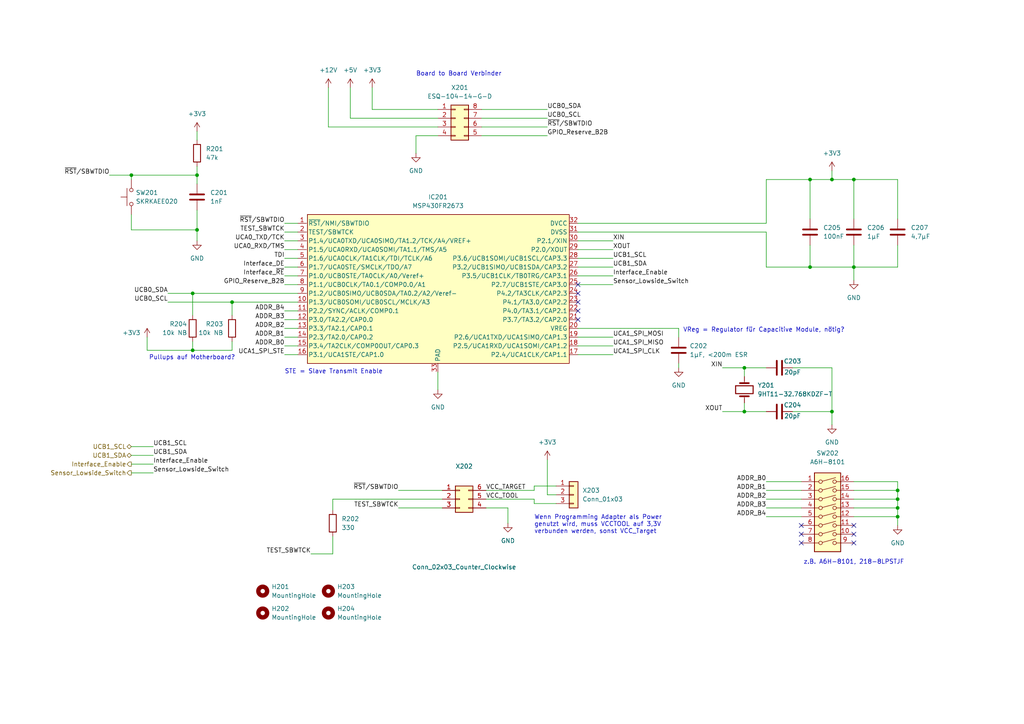
<source format=kicad_sch>
(kicad_sch (version 20211123) (generator eeschema)
  (paper "A4")
  (lib_symbols
    (symbol "Connector_Generic:Conn_01x03" (pin_names (offset 1.016) hide)
      (property "Reference" "J" (at 0 5.08 0))
      (property "Value" "Conn_01x03" (at 0 -5.08 0))
      (symbol "Conn_01x03_1_1"
        (rectangle (start -1.27 -2.413) (end 0 -2.667) (stroke (width 0.1524)))
        (rectangle (start -1.27 0.127) (end 0 -0.127) (stroke (width 0.1524)))
        (rectangle (start -1.27 2.667) (end 0 2.413) (stroke (width 0.1524)))
        (rectangle (start -1.27 3.81) (end 1.27 -3.81) (stroke (width 0.254)) (fill (type background)))
        (pin passive line (at -5.08 2.54 0) (length 3.81) (name "Pin_1") (number "1"))
        (pin passive line (at -5.08 0 0) (length 3.81) (name "Pin_2") (number "2"))
        (pin passive line (at -5.08 -2.54 0) (length 3.81) (name "Pin_3") (number "3"))
      )
    )
    (symbol "Connector_Generic:Conn_02x03_Counter_Clockwise" (pin_names (offset 1.016) hide)
      (property "Reference" "J" (at 1.27 5.08 0))
      (property "Value" "Conn_02x03_Counter_Clockwise" (at 1.27 -5.08 0))
      (symbol "Conn_02x03_Counter_Clockwise_1_1"
        (rectangle (start -1.27 -2.413) (end 0 -2.667) (stroke (width 0.1524)))
        (rectangle (start -1.27 0.127) (end 0 -0.127) (stroke (width 0.1524)))
        (rectangle (start -1.27 2.667) (end 0 2.413) (stroke (width 0.1524)))
        (rectangle (start -1.27 3.81) (end 3.81 -3.81) (stroke (width 0.254)) (fill (type background)))
        (rectangle (start 3.81 -2.413) (end 2.54 -2.667) (stroke (width 0.1524)))
        (rectangle (start 3.81 0.127) (end 2.54 -0.127) (stroke (width 0.1524)))
        (rectangle (start 3.81 2.667) (end 2.54 2.413) (stroke (width 0.1524)))
        (pin passive line (at -5.08 2.54 0) (length 3.81) (name "Pin_1") (number "1"))
        (pin passive line (at -5.08 0 0) (length 3.81) (name "Pin_2") (number "2"))
        (pin passive line (at -5.08 -2.54 0) (length 3.81) (name "Pin_3") (number "3"))
        (pin passive line (at 7.62 -2.54 180) (length 3.81) (name "Pin_4") (number "4"))
        (pin passive line (at 7.62 0 180) (length 3.81) (name "Pin_5") (number "5"))
        (pin passive line (at 7.62 2.54 180) (length 3.81) (name "Pin_6") (number "6"))
      )
    )
    (symbol "Connector_Generic:Conn_02x04_Counter_Clockwise" (pin_names (offset 1.016) hide)
      (property "Reference" "J" (at 1.27 5.08 0))
      (property "Value" "Conn_02x04_Counter_Clockwise" (at 1.27 -7.62 0))
      (symbol "Conn_02x04_Counter_Clockwise_1_1"
        (rectangle (start -1.27 -4.953) (end 0 -5.207) (stroke (width 0.1524)))
        (rectangle (start -1.27 -2.413) (end 0 -2.667) (stroke (width 0.1524)))
        (rectangle (start -1.27 0.127) (end 0 -0.127) (stroke (width 0.1524)))
        (rectangle (start -1.27 2.667) (end 0 2.413) (stroke (width 0.1524)))
        (rectangle (start -1.27 3.81) (end 3.81 -6.35) (stroke (width 0.254)) (fill (type background)))
        (rectangle (start 3.81 -4.953) (end 2.54 -5.207) (stroke (width 0.1524)))
        (rectangle (start 3.81 -2.413) (end 2.54 -2.667) (stroke (width 0.1524)))
        (rectangle (start 3.81 0.127) (end 2.54 -0.127) (stroke (width 0.1524)))
        (rectangle (start 3.81 2.667) (end 2.54 2.413) (stroke (width 0.1524)))
        (pin passive line (at -5.08 2.54 0) (length 3.81) (name "Pin_1") (number "1"))
        (pin passive line (at -5.08 0 0) (length 3.81) (name "Pin_2") (number "2"))
        (pin passive line (at -5.08 -2.54 0) (length 3.81) (name "Pin_3") (number "3"))
        (pin passive line (at -5.08 -5.08 0) (length 3.81) (name "Pin_4") (number "4"))
        (pin passive line (at 7.62 -5.08 180) (length 3.81) (name "Pin_5") (number "5"))
        (pin passive line (at 7.62 -2.54 180) (length 3.81) (name "Pin_6") (number "6"))
        (pin passive line (at 7.62 0 180) (length 3.81) (name "Pin_7") (number "7"))
        (pin passive line (at 7.62 2.54 180) (length 3.81) (name "Pin_8") (number "8"))
      )
    )
    (symbol "Device:C" (pin_numbers hide) (pin_names (offset 0.254))
      (property "Reference" "C" (at 0.635 2.54 0))
      (property "Value" "C" (at 0.635 -2.54 0))
      (symbol "C_0_1"
        (polyline (pts (xy -2.032 -0.762) (xy 2.032 -0.762)) (stroke (width 0.508)))
        (polyline (pts (xy -2.032 0.762) (xy 2.032 0.762)) (stroke (width 0.508)))
      )
      (symbol "C_1_1"
        (pin passive line (at 0 3.81 270) (length 2.794) (name "~") (number "1"))
        (pin passive line (at 0 -3.81 90) (length 2.794) (name "~") (number "2"))
      )
    )
    (symbol "Device:Crystal" (pin_numbers hide) (pin_names (offset 1.016) hide)
      (property "Reference" "Y" (at 0 3.81 0))
      (property "Value" "Crystal" (at 0 -3.81 0))
      (symbol "Crystal_0_1"
        (rectangle (start -1.143 2.54) (end 1.143 -2.54) (stroke (width 0.3048)))
        (polyline (pts (xy -2.54 0) (xy -1.905 0)))
        (polyline (pts (xy -1.905 -1.27) (xy -1.905 1.27)) (stroke (width 0.508)))
        (polyline (pts (xy 1.905 -1.27) (xy 1.905 1.27)) (stroke (width 0.508)))
        (polyline (pts (xy 2.54 0) (xy 1.905 0)))
      )
      (symbol "Crystal_1_1"
        (pin passive line (at -3.81 0 0) (length 1.27) (name "1") (number "1"))
        (pin passive line (at 3.81 0 180) (length 1.27) (name "2") (number "2"))
      )
    )
    (symbol "Device:R" (pin_numbers hide) (pin_names (offset 0))
      (property "Reference" "R" (at 2.032 0 90))
      (property "Value" "R" (at 0 0 90))
      (symbol "R_0_1"
        (rectangle (start -1.016 -2.54) (end 1.016 2.54) (stroke (width 0.254)))
      )
      (symbol "R_1_1"
        (pin passive line (at 0 3.81 270) (length 1.27) (name "~") (number "1"))
        (pin passive line (at 0 -3.81 90) (length 1.27) (name "~") (number "2"))
      )
    )
    (symbol "HER_Symbole:MSP430FR267*"
      (property "Reference" "U?" (at 39.42 2.54 0))
      (property "Value" "MSP430FR267*" (at 39.42 0 0))
      (symbol "MSP430FR267*_0_1"
        (rectangle (start 0.254 -2.54) (end 76.2 -45.72) (stroke (width 0.2)) (fill (type background)))
      )
      (symbol "MSP430FR267*_1_1"
        (pin bidirectional line (at -2.54 -5.08 0) (length 2.54) (name "~{RST}/NMI/SBWTDIO") (number "1"))
        (pin bidirectional line (at -2.54 -27.94 0) (length 2.54) (name "P1.3/UCB0SOMI/UCB0SCL/MCLK/A3") (number "10"))
        (pin bidirectional line (at -2.54 -30.48 0) (length 2.54) (name "P2.2/SYNC/ACLK/COMP0.1") (number "11"))
        (pin bidirectional line (at -2.54 -33.02 0) (length 2.54) (name "P3.0/TA2.2/CAP0.0") (number "12"))
        (pin bidirectional line (at -2.54 -35.56 0) (length 2.54) (name "P3.3/TA2.1/CAP0.1") (number "13"))
        (pin bidirectional line (at -2.54 -38.1 0) (length 2.54) (name "P2.3/TA2.0/CAP0.2") (number "14"))
        (pin bidirectional line (at -2.54 -40.64 0) (length 2.54) (name "P3.4/TA2CLK/COMP0OUT/CAP0.3") (number "15"))
        (pin bidirectional line (at -2.54 -43.18 0) (length 2.54) (name "P3.1/UCA1STE/CAP1.0") (number "16"))
        (pin bidirectional line (at 78.74 -43.18 180) (length 2.54) (name "P2.4/UCA1CLK/CAP1.1") (number "17"))
        (pin bidirectional line (at 78.74 -40.64 180) (length 2.54) (name "P2.5/UCA1RXD/UCA1SOMI/CAP1.2") (number "18"))
        (pin bidirectional line (at 78.74 -38.1 180) (length 2.54) (name "P2.6/UCA1TXD/UCA1SIMO/CAP1.3") (number "19"))
        (pin bidirectional line (at -2.54 -7.62 0) (length 2.54) (name "TEST/SBWTCK") (number "2"))
        (pin bidirectional line (at 78.74 -35.56 180) (length 2.54) (name "VREG") (number "20"))
        (pin bidirectional line (at 78.74 -33.02 180) (length 2.54) (name "P3.7/TA3.2/CAP2.0") (number "21"))
        (pin bidirectional line (at 78.74 -30.48 180) (length 2.54) (name "P4.0/TA3.1/CAP2.1") (number "22"))
        (pin bidirectional line (at 78.74 -27.94 180) (length 2.54) (name "P4.1/TA3.0/CAP2.2") (number "23"))
        (pin bidirectional line (at 78.74 -25.4 180) (length 2.54) (name "P4.2/TA3CLK/CAP2.3") (number "24"))
        (pin bidirectional line (at 78.74 -22.86 180) (length 2.54) (name "P2.7/UCB1STE/CAP3.0") (number "25"))
        (pin bidirectional line (at 78.74 -20.32 180) (length 2.54) (name "P3.5/UCB1CLK/TB0TRG/CAP3.1") (number "26"))
        (pin bidirectional line (at 78.74 -17.78 180) (length 2.54) (name "P3.2/UCB1SIMO/UCB1SDA/CAP3.2") (number "27"))
        (pin bidirectional line (at 78.74 -15.24 180) (length 2.54) (name "P3.6/UCB1SOMI/UCB1SCL/CAP3.3") (number "28"))
        (pin bidirectional line (at 78.74 -12.7 180) (length 2.54) (name "P2.0/XOUT") (number "29"))
        (pin bidirectional line (at -2.54 -10.16 0) (length 2.54) (name "P1.4/UCA0TXD/UCA0SIMO/TA1.2/TCK/A4/VREF+") (number "3"))
        (pin bidirectional line (at 78.74 -10.16 180) (length 2.54) (name "P2.1/XIN") (number "30"))
        (pin power_in line (at 78.74 -7.62 180) (length 2.54) (name "DVSS") (number "31"))
        (pin power_in line (at 78.74 -5.08 180) (length 2.54) (name "DVCC") (number "32"))
        (pin power_in line (at 38.1 -48.26 90) (length 2.54) (name "PAD") (number "33"))
        (pin bidirectional line (at -2.54 -12.7 0) (length 2.54) (name "P1.5/UCA0RXD/UCA0SOMI/TA1.1/TMS/A5") (number "4"))
        (pin bidirectional line (at -2.54 -15.24 0) (length 2.54) (name "P1.6/UCA0CLK/TA1CLK/TDI/TCLK/A6") (number "5"))
        (pin bidirectional line (at -2.54 -17.78 0) (length 2.54) (name "P1.7/UCA0STE/SMCLK/TDO/A7") (number "6"))
        (pin bidirectional line (at -2.54 -20.32 0) (length 2.54) (name "P1.0/UCB0STE/TA0CLK/A0/Veref+") (number "7"))
        (pin bidirectional line (at -2.54 -22.86 0) (length 2.54) (name "P1.1/UCB0CLK/TA0.1/COMP0.0/A1") (number "8"))
        (pin bidirectional line (at -2.54 -25.4 0) (length 2.54) (name "P1.2/UCB0SIMO/UCB0SDA/TA0.2/A2/Veref-") (number "9"))
      )
    )
    (symbol "Mechanical:MountingHole" (pin_names (offset 1.016))
      (property "Reference" "H" (at 0 5.08 0))
      (property "Value" "MountingHole" (at 0 3.175 0))
      (symbol "MountingHole_0_1"
        (circle (center 0 0) (radius 1.27) (stroke (width 1.27)))
      )
    )
    (symbol "Switch:SW_DIP_x08" (pin_names (offset 0) hide)
      (property "Reference" "SW" (at 0 13.97 0))
      (property "Value" "SW_DIP_x08" (at 0 -11.43 0))
      (symbol "SW_DIP_x08_0_0"
        (circle (center -2.032 -7.62) (radius 0.508))
        (circle (center -2.032 -5.08) (radius 0.508))
        (circle (center -2.032 -2.54) (radius 0.508))
        (circle (center -2.032 0) (radius 0.508))
        (circle (center -2.032 2.54) (radius 0.508))
        (circle (center -2.032 5.08) (radius 0.508))
        (circle (center -2.032 7.62) (radius 0.508))
        (circle (center -2.032 10.16) (radius 0.508))
        (polyline (pts (xy -1.524 -7.4676) (xy 2.3622 -6.4262)))
        (polyline (pts (xy -1.524 -4.9276) (xy 2.3622 -3.8862)))
        (polyline (pts (xy -1.524 -2.3876) (xy 2.3622 -1.3462)))
        (polyline (pts (xy -1.524 0.127) (xy 2.3622 1.1684)))
        (polyline (pts (xy -1.524 2.667) (xy 2.3622 3.7084)))
        (polyline (pts (xy -1.524 5.207) (xy 2.3622 6.2484)))
        (polyline (pts (xy -1.524 7.747) (xy 2.3622 8.7884)))
        (polyline (pts (xy -1.524 10.287) (xy 2.3622 11.3284)))
        (circle (center 2.032 -7.62) (radius 0.508))
        (circle (center 2.032 -5.08) (radius 0.508))
        (circle (center 2.032 -2.54) (radius 0.508))
        (circle (center 2.032 0) (radius 0.508))
        (circle (center 2.032 2.54) (radius 0.508))
        (circle (center 2.032 5.08) (radius 0.508))
        (circle (center 2.032 7.62) (radius 0.508))
        (circle (center 2.032 10.16) (radius 0.508))
      )
      (symbol "SW_DIP_x08_0_1"
        (rectangle (start -3.81 12.7) (end 3.81 -10.16) (stroke (width 0.254)) (fill (type background)))
      )
      (symbol "SW_DIP_x08_1_1"
        (pin passive line (at -7.62 10.16 0) (length 5.08) (name "~") (number "1"))
        (pin passive line (at 7.62 -5.08 180) (length 5.08) (name "~") (number "10"))
        (pin passive line (at 7.62 -2.54 180) (length 5.08) (name "~") (number "11"))
        (pin passive line (at 7.62 0 180) (length 5.08) (name "~") (number "12"))
        (pin passive line (at 7.62 2.54 180) (length 5.08) (name "~") (number "13"))
        (pin passive line (at 7.62 5.08 180) (length 5.08) (name "~") (number "14"))
        (pin passive line (at 7.62 7.62 180) (length 5.08) (name "~") (number "15"))
        (pin passive line (at 7.62 10.16 180) (length 5.08) (name "~") (number "16"))
        (pin passive line (at -7.62 7.62 0) (length 5.08) (name "~") (number "2"))
        (pin passive line (at -7.62 5.08 0) (length 5.08) (name "~") (number "3"))
        (pin passive line (at -7.62 2.54 0) (length 5.08) (name "~") (number "4"))
        (pin passive line (at -7.62 0 0) (length 5.08) (name "~") (number "5"))
        (pin passive line (at -7.62 -2.54 0) (length 5.08) (name "~") (number "6"))
        (pin passive line (at -7.62 -5.08 0) (length 5.08) (name "~") (number "7"))
        (pin passive line (at -7.62 -7.62 0) (length 5.08) (name "~") (number "8"))
        (pin passive line (at 7.62 -7.62 180) (length 5.08) (name "~") (number "9"))
      )
    )
    (symbol "Switch:SW_Push" (pin_numbers hide) (pin_names (offset 1.016) hide)
      (property "Reference" "SW" (at 1.27 2.54 0))
      (property "Value" "SW_Push" (at 0 -1.524 0))
      (symbol "SW_Push_0_1"
        (circle (center -2.032 0) (radius 0.508))
        (polyline (pts (xy 0 1.27) (xy 0 3.048)))
        (polyline (pts (xy 2.54 1.27) (xy -2.54 1.27)))
        (circle (center 2.032 0) (radius 0.508))
        (pin passive line (at -5.08 0 0) (length 2.54) (name "1") (number "1"))
        (pin passive line (at 5.08 0 180) (length 2.54) (name "2") (number "2"))
      )
    )
    (symbol "power:+12V" (power) (pin_names (offset 0))
      (property "Value" "+12V" (at 0 3.556 0))
      (symbol "+12V_0_1"
        (polyline (pts (xy -0.762 1.27) (xy 0 2.54)))
        (polyline (pts (xy 0 0) (xy 0 2.54)))
        (polyline (pts (xy 0 2.54) (xy 0.762 1.27)))
      )
      (symbol "+12V_1_1"
        (pin power_in line (at 0 0 90) (length 0) hide (name "+12V") (number "1"))
      )
    )
    (symbol "power:+3.3V" (power) (pin_names (offset 0))
      (property "Value" "+3.3V" (at 0 3.556 0))
      (symbol "+3.3V_0_1"
        (polyline (pts (xy -0.762 1.27) (xy 0 2.54)))
        (polyline (pts (xy 0 0) (xy 0 2.54)))
        (polyline (pts (xy 0 2.54) (xy 0.762 1.27)))
      )
      (symbol "+3.3V_1_1"
        (pin power_in line (at 0 0 90) (length 0) hide (name "+3V3") (number "1"))
      )
    )
    (symbol "power:+3V3" (power) (pin_names (offset 0))
      (property "Value" "+3V3" (at 0 3.556 0))
      (symbol "+3V3_0_1"
        (polyline (pts (xy -0.762 1.27) (xy 0 2.54)))
        (polyline (pts (xy 0 0) (xy 0 2.54)))
        (polyline (pts (xy 0 2.54) (xy 0.762 1.27)))
      )
      (symbol "+3V3_1_1"
        (pin power_in line (at 0 0 90) (length 0) hide (name "+3V3") (number "1"))
      )
    )
    (symbol "power:+5V" (power) (pin_names (offset 0))
      (property "Value" "+5V" (at 0 3.556 0))
      (symbol "+5V_0_1"
        (polyline (pts (xy -0.762 1.27) (xy 0 2.54)))
        (polyline (pts (xy 0 0) (xy 0 2.54)))
        (polyline (pts (xy 0 2.54) (xy 0.762 1.27)))
      )
      (symbol "+5V_1_1"
        (pin power_in line (at 0 0 90) (length 0) hide (name "+5V") (number "1"))
      )
    )
    (symbol "power:GND" (power) (pin_names (offset 0))
      (property "Value" "GND" (at 0 -3.81 0))
      (symbol "GND_0_1"
        (polyline (pts (xy 0 0) (xy 0 -1.27) (xy 1.27 -1.27) (xy 0 -2.54) (xy -1.27 -1.27) (xy 0 -1.27)))
      )
      (symbol "GND_1_1"
        (pin power_in line (at 0 0 270) (length 0) hide (name "GND") (number "1"))
      )
    )
  )
  (junction (at 260.35 147.32))
  (junction (at 234.95 52.07))
  (junction (at 57.15 66.675))
  (junction (at 67.31 87.63))
  (junction (at 241.3 52.07))
  (junction (at 215.9 119.38))
  (junction (at 260.35 142.24))
  (junction (at 57.15 50.8))
  (junction (at 38.1 50.8))
  (junction (at 260.35 149.86))
  (junction (at 241.3 119.38))
  (junction (at 234.95 77.47))
  (junction (at 260.35 144.78))
  (junction (at 55.88 85.09))
  (junction (at 55.88 101.6))
  (junction (at 215.9 106.68))
  (junction (at 247.65 52.07))
  (junction (at 247.65 77.47))
  (no_connect (at 232.41 154.94))
  (no_connect (at 232.41 152.4))
  (no_connect (at 232.41 157.48))
  (no_connect (at 167.64 85.09))
  (no_connect (at 167.64 87.63))
  (no_connect (at 167.64 90.17))
  (no_connect (at 167.64 92.71))
  (no_connect (at 167.64 82.55))
  (no_connect (at 247.65 157.48))
  (no_connect (at 247.65 152.4))
  (no_connect (at 247.65 154.94))
  (wire (pts (xy 31.75 50.8) (xy 38.1 50.8)))
  (wire (pts (xy 139.7 34.29) (xy 158.75 34.29)))
  (wire (pts (xy 82.55 82.55) (xy 86.36 82.55)))
  (wire (pts (xy 42.6721 97.79) (xy 42.6721 101.6)))
  (wire (pts (xy 55.88 85.09) (xy 86.36 85.09)))
  (wire (pts (xy 82.55 80.01) (xy 86.36 80.01)))
  (wire (pts (xy 127 31.75) (xy 107.95 31.75)))
  (wire (pts (xy 260.35 139.7) (xy 260.35 142.24)))
  (wire (pts (xy 101.6 25.4) (xy 101.6 34.29)))
  (wire (pts (xy 222.25 77.47) (xy 234.95 77.47)))
  (wire (pts (xy 55.88 99.06) (xy 55.88 101.6)))
  (wire (pts (xy 82.55 77.47) (xy 86.36 77.47)))
  (wire (pts (xy 234.95 52.07) (xy 241.3 52.07)))
  (wire (pts (xy 247.65 142.24) (xy 260.35 142.24)))
  (wire (pts (xy 167.64 69.85) (xy 177.8 69.85)))
  (wire (pts (xy 232.41 147.32) (xy 222.25 147.32)))
  (wire (pts (xy 260.35 52.07) (xy 260.35 63.5)))
  (wire (pts (xy 128.27 147.32) (xy 115.57 147.32)))
  (wire (pts (xy 247.65 52.07) (xy 247.65 63.5)))
  (wire (pts (xy 127 34.29) (xy 101.6 34.29)))
  (wire (pts (xy 232.41 139.7) (xy 222.25 139.7)))
  (wire (pts (xy 48.7045 85.09) (xy 55.88 85.09)))
  (wire (pts (xy 140.97 147.32) (xy 147.32 147.32)))
  (wire (pts (xy 196.85 95.25) (xy 196.85 97.79)))
  (wire (pts (xy 139.7 39.37) (xy 158.75 39.37)))
  (wire (pts (xy 167.64 77.47) (xy 177.8 77.47)))
  (wire (pts (xy 120.65 39.37) (xy 120.65 44.45)))
  (wire (pts (xy 232.41 149.86) (xy 222.25 149.86)))
  (wire (pts (xy 139.7 31.75) (xy 158.75 31.75)))
  (wire (pts (xy 260.35 147.32) (xy 260.35 149.86)))
  (wire (pts (xy 82.55 97.79) (xy 86.36 97.79)))
  (wire (pts (xy 215.9 119.38) (xy 222.25 119.38)))
  (wire (pts (xy 57.15 66.675) (xy 57.15 69.85)))
  (wire (pts (xy 82.55 67.31) (xy 86.36 67.31)))
  (wire (pts (xy 247.65 77.47) (xy 234.95 77.47)))
  (wire (pts (xy 167.64 64.77) (xy 222.25 64.77)))
  (wire (pts (xy 241.3 119.38) (xy 241.3 123.19)))
  (wire (pts (xy 67.31 87.63) (xy 67.31 91.44)))
  (wire (pts (xy 167.64 82.55) (xy 177.8 82.55)))
  (wire (pts (xy 48.7045 87.63) (xy 67.31 87.63)))
  (wire (pts (xy 247.65 52.07) (xy 260.35 52.07)))
  (wire (pts (xy 260.35 77.47) (xy 247.65 77.47)))
  (wire (pts (xy 82.55 64.77) (xy 86.36 64.77)))
  (wire (pts (xy 222.25 64.77) (xy 222.25 52.07)))
  (wire (pts (xy 96.52 144.78) (xy 128.27 144.78)))
  (wire (pts (xy 82.55 72.39) (xy 86.36 72.39)))
  (wire (pts (xy 161.29 140.97) (xy 154.94 140.97)))
  (wire (pts (xy 260.35 149.86) (xy 260.35 152.4)))
  (wire (pts (xy 247.65 77.47) (xy 247.65 81.28)))
  (wire (pts (xy 260.35 144.78) (xy 260.35 147.32)))
  (wire (pts (xy 82.55 74.93) (xy 86.36 74.93)))
  (wire (pts (xy 167.64 95.25) (xy 196.85 95.25)))
  (wire (pts (xy 161.29 143.51) (xy 158.75 143.51)))
  (wire (pts (xy 222.25 67.31) (xy 222.25 77.47)))
  (wire (pts (xy 127 107.95) (xy 127 113.03)))
  (wire (pts (xy 241.3 49.53) (xy 241.3 52.07)))
  (wire (pts (xy 167.64 102.87) (xy 177.8 102.87)))
  (wire (pts (xy 55.88 85.09) (xy 55.88 91.44)))
  (wire (pts (xy 241.3 106.68) (xy 241.3 119.38)))
  (wire (pts (xy 247.65 139.7) (xy 260.35 139.7)))
  (wire (pts (xy 107.95 25.4) (xy 107.95 31.75)))
  (wire (pts (xy 38.1 132.08) (xy 44.45 132.08)))
  (wire (pts (xy 247.65 77.47) (xy 247.65 71.12)))
  (wire (pts (xy 167.64 72.39) (xy 177.8 72.39)))
  (wire (pts (xy 161.29 146.05) (xy 154.94 146.05)))
  (wire (pts (xy 247.65 147.32) (xy 260.35 147.32)))
  (wire (pts (xy 82.55 92.71) (xy 86.36 92.71)))
  (wire (pts (xy 167.64 100.33) (xy 177.8 100.33)))
  (wire (pts (xy 127 39.37) (xy 120.65 39.37)))
  (wire (pts (xy 229.87 106.68) (xy 241.3 106.68)))
  (wire (pts (xy 90.17 160.655) (xy 96.52 160.655)))
  (wire (pts (xy 96.52 144.78) (xy 96.52 147.955)))
  (wire (pts (xy 57.15 60.96) (xy 57.15 66.675)))
  (wire (pts (xy 140.97 142.24) (xy 154.94 142.24)))
  (wire (pts (xy 82.55 100.33) (xy 86.36 100.33)))
  (wire (pts (xy 38.1 137.16) (xy 44.45 137.16)))
  (wire (pts (xy 38.1 66.675) (xy 57.15 66.675)))
  (wire (pts (xy 95.25 25.4) (xy 95.25 36.83)))
  (wire (pts (xy 86.36 90.17) (xy 82.55 90.17)))
  (wire (pts (xy 38.1 50.8) (xy 38.1 52.07)))
  (wire (pts (xy 139.7 36.83) (xy 158.75 36.83)))
  (wire (pts (xy 260.35 71.12) (xy 260.35 77.47)))
  (wire (pts (xy 38.1 129.54) (xy 44.45 129.54)))
  (wire (pts (xy 154.94 144.78) (xy 140.97 144.78)))
  (wire (pts (xy 241.3 119.38) (xy 229.87 119.38)))
  (wire (pts (xy 57.15 38.1) (xy 57.15 40.64)))
  (wire (pts (xy 57.15 48.26) (xy 57.15 50.8)))
  (wire (pts (xy 38.1 50.8) (xy 57.15 50.8)))
  (wire (pts (xy 147.32 147.32) (xy 147.32 151.765)))
  (wire (pts (xy 167.64 74.93) (xy 177.8 74.93)))
  (wire (pts (xy 232.41 142.24) (xy 222.25 142.24)))
  (wire (pts (xy 158.75 133.35) (xy 158.75 143.51)))
  (wire (pts (xy 38.1 62.23) (xy 38.1 66.675)))
  (wire (pts (xy 42.6721 101.6) (xy 55.88 101.6)))
  (wire (pts (xy 55.88 101.6) (xy 67.3101 101.6)))
  (wire (pts (xy 222.25 52.07) (xy 234.95 52.07)))
  (wire (pts (xy 260.35 149.86) (xy 247.65 149.86)))
  (wire (pts (xy 167.64 97.79) (xy 177.8 97.79)))
  (wire (pts (xy 215.9 106.68) (xy 215.9 109.22)))
  (wire (pts (xy 260.35 142.24) (xy 260.35 144.78)))
  (wire (pts (xy 241.3 52.07) (xy 247.65 52.07)))
  (wire (pts (xy 154.94 146.05) (xy 154.94 144.78)))
  (wire (pts (xy 167.64 67.31) (xy 222.25 67.31)))
  (wire (pts (xy 209.55 106.68) (xy 215.9 106.68)))
  (wire (pts (xy 127 36.83) (xy 95.25 36.83)))
  (wire (pts (xy 209.55 119.38) (xy 215.9 119.38)))
  (wire (pts (xy 215.9 116.84) (xy 215.9 119.38)))
  (wire (pts (xy 82.55 102.87) (xy 86.36 102.87)))
  (wire (pts (xy 82.55 95.25) (xy 86.36 95.25)))
  (wire (pts (xy 167.64 80.01) (xy 177.8 80.01)))
  (wire (pts (xy 96.52 155.575) (xy 96.52 160.655)))
  (wire (pts (xy 260.35 144.78) (xy 247.65 144.78)))
  (wire (pts (xy 38.1 134.62) (xy 44.45 134.62)))
  (wire (pts (xy 67.31 99.06) (xy 67.3101 101.6)))
  (wire (pts (xy 115.57 142.24) (xy 128.27 142.24)))
  (wire (pts (xy 82.55 69.85) (xy 86.36 69.85)))
  (wire (pts (xy 154.94 140.97) (xy 154.94 142.24)))
  (wire (pts (xy 196.85 105.41) (xy 196.85 106.68)))
  (wire (pts (xy 234.95 77.47) (xy 234.95 71.12)))
  (wire (pts (xy 57.15 50.8) (xy 57.15 53.34)))
  (wire (pts (xy 232.41 144.78) (xy 222.25 144.78)))
  (wire (pts (xy 67.31 87.63) (xy 86.36 87.63)))
  (wire (pts (xy 215.9 106.68) (xy 222.25 106.68)))
  (wire (pts (xy 234.95 52.07) (xy 234.95 63.5)))
  (text "STE = Slave Transmit Enable" (at 82.55 108.585 0) (effects (font (size 1.27 1.27)) (justify left bottom)))
  (text "Wenn Programming Adapter als Power \ngenutzt wird, muss VCCTOOL auf 3,3V \nverbunden werden, sonst VCC_Target" (at 154.94 154.94 0) (effects (font (size 1.27 1.27)) (justify left bottom)))
  (text "Pullups auf Motherboard?" (at 43.18 104.521 0) (effects (font (size 1.27 1.27)) (justify left bottom)))
  (text "Board to Board Verbinder\n" (at 120.65 22.225 0) (effects (font (size 1.27 1.27)) (justify left bottom)))
  (text "z.B. A6H-8101, 218-8LPSTJF\n" (at 233.045 163.83 0) (effects (font (size 1.27 1.27)) (justify left bottom)))
  (text "VReg = Regulator für Capacitive Module, nötig?" (at 198.12 96.52 0) (effects (font (size 1.27 1.27)) (justify left bottom)))
  (label "XIN" (at 177.8 69.85 0))
  (label "UCA1_SPI_STE" (at 82.55 102.87 180))
  (label "Interface_DE" (at 82.55 77.47 180))
  (label "Interface_Enable" (at 177.8 80.01 0))
  (label "UCB0_SDA" (at 48.7045 85.09 180))
  (label "UCA0_TXD{slash}TCK" (at 82.55 69.85 180))
  (label "ADDR_B0" (at 82.55 100.33 180))
  (label "XOUT" (at 209.55 119.38 180))
  (label "~{RST}{slash}SBWTDIO" (at 31.75 50.8 180))
  (label "Interface_~{RE}" (at 82.55 80.01 180))
  (label "UCB0_SDA" (at 158.75 31.75 0))
  (label "UCB1_SDA" (at 44.45 132.08 0))
  (label "Sensor_Lowside_Switch" (at 177.8 82.55 0))
  (label "~{RST}{slash}SBWTDIO" (at 158.75 36.83 0))
  (label "UCB1_SCL" (at 44.45 129.54 0))
  (label "VCC_TARGET" (at 140.97 142.24 0))
  (label "ADDR_B2" (at 82.55 95.25 180))
  (label "UCB1_SCL" (at 177.8 74.93 0))
  (label "ADDR_B0" (at 222.25 139.7 180))
  (label "TEST_SBWTCK" (at 82.55 67.31 180))
  (label "VCC_TOOL" (at 140.97 144.78 0))
  (label "~{RST}{slash}SBWTDIO" (at 115.57 142.24 180))
  (label "UCA0_RXD{slash}TMS" (at 82.55 72.39 180))
  (label "UCB1_SDA" (at 177.8 77.47 0))
  (label "GPIO_Reserve_B2B" (at 158.75 39.37 0))
  (label "ADDR_B3" (at 82.55 92.71 180))
  (label "UCB0_SCL" (at 158.75 34.29 0))
  (label "Interface_Enable" (at 44.45 134.62 0))
  (label "GPIO_Reserve_B2B" (at 82.55 82.55 180))
  (label "~{RST}{slash}SBWTDIO" (at 82.55 64.77 180))
  (label "TEST_SBWTCK" (at 90.17 160.655 180))
  (label "UCA1_SPI_MISO" (at 177.8 100.33 0))
  (label "ADDR_B2" (at 222.25 144.78 180))
  (label "TDI" (at 82.55 74.93 180))
  (label "ADDR_B1" (at 82.55 97.79 180))
  (label "XOUT" (at 177.8 72.39 0))
  (label "ADDR_B4" (at 222.25 149.86 180))
  (label "ADDR_B3" (at 222.25 147.32 180))
  (label "UCB0_SCL" (at 48.7045 87.63 180))
  (label "UCA1_SPI_MOSI" (at 177.8 97.79 0))
  (label "Sensor_Lowside_Switch" (at 44.45 137.16 0))
  (label "XIN" (at 209.55 106.68 180))
  (label "TEST_SBWTCK" (at 115.57 147.32 180))
  (label "UCA1_SPI_CLK" (at 177.8 102.87 0))
  (label "ADDR_B1" (at 222.25 142.24 180))
  (label "ADDR_B4" (at 82.55 90.17 180))
  (hierarchical_label "UCB1_SCL" (shape bidirectional) (at 38.1 129.54 180))
  (hierarchical_label "Sensor_Lowside_Switch" (shape output) (at 38.1 137.16 180))
  (hierarchical_label "Interface_Enable" (shape output) (at 38.1 134.62 180))
  (hierarchical_label "UCB1_SDA" (shape bidirectional) (at 38.1 132.08 180))
  (symbol (lib_id "power:+3V3") (at 42.6721 97.79 0) (unit 1)
    (property "Reference" "#PWR0211" (effects hide))
    (property "Value" "+3V3" (at 40.7671 96.5199 0) (effects (justify right)))
  )
  (symbol (lib_id "Switch:SW_Push") (at 38.1 57.15 90) (unit 1)
    (property "Reference" "SW201" (at 39.37 55.8799 90) (effects (justify right)))
    (property "Value" "SKRKAEE020" (at 39.37 58.4199 90) (effects (justify right)))
    (property "Footprint" "Button_Switch_SMD:SW_Push_SPST_NO_Alps_SKRK" (effects hide))
  )
  (symbol (lib_id "Device:C") (at 226.06 106.68 90) (unit 1)
    (property "Reference" "C203" (at 229.87 104.775 90))
    (property "Value" "20pF" (at 229.87 107.95 90))
    (property "Footprint" "Capacitor_SMD:C_0603_1608Metric_Pad1.08x0.95mm_HandSolder" (effects hide))
  )
  (symbol (lib_id "Switch:SW_DIP_x08") (at 240.03 149.86 0) (unit 1)
    (property "Reference" "SW202" (at 240.03 131.445 0))
    (property "Value" "A6H-8101" (at 240.03 133.985 0))
    (property "Footprint" "Button_Switch_SMD:SW_DIP_SPSTx08_Slide_Omron_A6H-8101_W6.15mm_P1.27mm" (effects hide))
    (property "Bauteil" "A6H-8102" (effects hide))
  )
  (symbol (lib_id "power:+3.3V") (at 158.75 133.35 0) (unit 1)
    (property "Reference" "#PWR0209" (effects hide))
    (property "Value" "+3.3V" (at 158.75 128.27 0))
  )
  (symbol (lib_id "power:GND") (at 147.32 151.765 0) (unit 1)
    (property "Reference" "#PWR0208" (effects hide))
    (property "Value" "GND" (at 147.32 156.845 0))
  )
  (symbol (lib_id "Device:C") (at 226.06 119.38 90) (unit 1)
    (property "Reference" "C204" (at 229.87 117.475 90))
    (property "Value" "20pF" (at 229.87 120.65 90))
    (property "Footprint" "Capacitor_SMD:C_0603_1608Metric_Pad1.08x0.95mm_HandSolder" (effects hide))
  )
  (symbol (lib_id "Device:C") (at 247.65 67.31 0) (unit 1)
    (property "Reference" "C206" (at 251.46 66.0399 0) (effects (justify left)))
    (property "Value" "1µF" (at 251.46 68.5799 0) (effects (justify left)))
    (property "Footprint" "Capacitor_SMD:C_0603_1608Metric_Pad1.08x0.95mm_HandSolder" (effects hide))
  )
  (symbol (lib_id "power:GND") (at 241.3 123.19 0) (unit 1)
    (property "Reference" "#PWR0213" (effects hide))
    (property "Value" "GND" (at 241.3 128.27 0))
  )
  (symbol (lib_id "Device:C") (at 196.85 101.6 0) (unit 1)
    (property "Reference" "C202" (at 200.025 100.3299 0) (effects (justify left)))
    (property "Value" "1µF, <200m ESR" (at 200.025 102.8699 0) (effects (justify left)))
    (property "Footprint" "Capacitor_SMD:C_0603_1608Metric_Pad1.08x0.95mm_HandSolder" (effects hide))
  )
  (symbol (lib_id "power:GND") (at 247.65 81.28 0) (unit 1)
    (property "Reference" "#PWR0214" (effects hide))
    (property "Value" "GND" (at 247.65 86.36 0))
  )
  (symbol (lib_id "Device:C") (at 260.35 67.31 0) (unit 1)
    (property "Reference" "C207" (at 264.16 66.0399 0) (effects (justify left)))
    (property "Value" "4,7µF" (at 264.16 68.5799 0) (effects (justify left)))
    (property "Footprint" "Capacitor_SMD:C_0603_1608Metric_Pad1.08x0.95mm_HandSolder" (effects hide))
  )
  (symbol (lib_id "Mechanical:MountingHole") (at 76.2 171.45 0) (unit 1)
    (property "Reference" "H201" (at 78.74 170.1799 0) (effects (justify left)))
    (property "Value" "MountingHole" (at 78.74 172.7199 0) (effects (justify left)))
    (property "Footprint" "MountingHole:MountingHole_2.7mm_M2.5" (effects hide))
  )
  (symbol (lib_id "power:GND") (at 260.35 152.4 0) (unit 1)
    (property "Reference" "#PWR0215" (effects hide))
    (property "Value" "GND" (at 260.35 157.48 0))
  )
  (symbol (lib_id "power:GND") (at 57.15 69.85 0) (unit 1)
    (property "Reference" "#PWR0202" (effects hide))
    (property "Value" "GND" (at 57.15 74.93 0))
  )
  (symbol (lib_id "Connector_Generic:Conn_02x04_Counter_Clockwise") (at 132.08 34.29 0) (unit 1)
    (property "Reference" "X201" (at 133.35 25.4 0))
    (property "Value" "ESQ-104-14-G-D" (at 133.35 27.94 0))
    (property "Footprint" "Connector_PinSocket_2.54mm:PinSocket_2x04_P2.54mm_Vertical" (effects hide))
  )
  (symbol (lib_id "power:+12V") (at 95.25 25.4 0) (unit 1)
    (property "Reference" "#PWR0203" (effects hide))
    (property "Value" "+12V" (at 95.25 20.32 0))
  )
  (symbol (lib_id "Device:C") (at 57.15 57.15 0) (unit 1)
    (property "Reference" "C201" (at 60.96 55.8799 0) (effects (justify left)))
    (property "Value" "1nF" (at 60.96 58.4199 0) (effects (justify left)))
    (property "Footprint" "Capacitor_SMD:C_0603_1608Metric_Pad1.08x0.95mm_HandSolder" (effects hide))
  )
  (symbol (lib_id "power:+3.3V") (at 107.95 25.4 0) (unit 1)
    (property "Reference" "#PWR0205" (effects hide))
    (property "Value" "+3.3V" (at 107.95 20.32 0))
  )
  (symbol (lib_id "Device:R") (at 67.31 95.25 0) (mirror y) (unit 1)
    (property "Reference" "R203" (at 64.77 93.9799 0) (effects (justify left)))
    (property "Value" "10k NB" (at 64.77 96.5199 0) (effects (justify left)))
    (property "Footprint" "Resistor_SMD:R_0603_1608Metric_Pad0.98x0.95mm_HandSolder" (effects hide))
  )
  (symbol (lib_id "Device:R") (at 57.15 44.45 0) (unit 1)
    (property "Reference" "R201" (at 59.69 43.1799 0) (effects (justify left)))
    (property "Value" "47k" (at 59.69 45.7199 0) (effects (justify left)))
    (property "Footprint" "Resistor_SMD:R_0603_1608Metric_Pad0.98x0.95mm_HandSolder" (effects hide))
  )
  (symbol (lib_id "Device:R") (at 55.88 95.25 0) (mirror y) (unit 1)
    (property "Reference" "R204" (at 54.2925 93.98 0) (effects (justify left)))
    (property "Value" "10k NB" (at 54.2925 96.52 0) (effects (justify left)))
    (property "Footprint" "Resistor_SMD:R_0603_1608Metric_Pad0.98x0.95mm_HandSolder" (effects hide))
  )
  (symbol (lib_id "Device:C") (at 234.95 67.31 0) (unit 1)
    (property "Reference" "C205" (at 238.76 66.0399 0) (effects (justify left)))
    (property "Value" "100nF" (at 238.76 68.5799 0) (effects (justify left)))
    (property "Footprint" "Capacitor_SMD:C_0603_1608Metric_Pad1.08x0.95mm_HandSolder" (effects hide))
  )
  (symbol (lib_id "Connector_Generic:Conn_01x03") (at 166.37 143.51 0) (unit 1)
    (property "Reference" "X203" (at 168.91 142.2399 0) (effects (justify left)))
    (property "Value" "Conn_01x03" (at 168.91 144.7799 0) (effects (justify left)))
    (property "Footprint" "Connector_PinHeader_2.54mm:PinHeader_1x03_P2.54mm_Vertical" (effects hide))
  )
  (symbol (lib_id "power:+5V") (at 101.6 25.4 0) (unit 1)
    (property "Reference" "#PWR0204" (effects hide))
    (property "Value" "+5V" (at 101.6 20.32 0))
  )
  (symbol (lib_id "Mechanical:MountingHole") (at 95.25 171.45 0) (unit 1)
    (property "Reference" "H203" (at 97.79 170.1799 0) (effects (justify left)))
    (property "Value" "MountingHole" (at 97.79 172.7199 0) (effects (justify left)))
    (property "Footprint" "MountingHole:MountingHole_2.7mm_M2.5" (effects hide))
  )
  (symbol (lib_id "Mechanical:MountingHole") (at 95.25 177.8 0) (unit 1)
    (property "Reference" "H204" (at 97.79 176.5299 0) (effects (justify left)))
    (property "Value" "MountingHole" (at 97.79 179.0699 0) (effects (justify left)))
    (property "Footprint" "MountingHole:MountingHole_2.7mm_M2.5" (effects hide))
  )
  (symbol (lib_id "power:+3V3") (at 241.3 49.53 0) (unit 1)
    (property "Reference" "#PWR0212" (effects hide))
    (property "Value" "+3V3" (at 241.3 44.45 0))
  )
  (symbol (lib_id "power:GND") (at 196.85 106.68 0) (unit 1)
    (property "Reference" "#PWR0210" (effects hide))
    (property "Value" "GND" (at 196.85 111.76 0))
  )
  (symbol (lib_id "Connector_Generic:Conn_02x03_Counter_Clockwise") (at 133.35 144.78 0) (unit 1)
    (property "Reference" "X202" (at 134.62 135.255 0))
    (property "Value" "Conn_02x03_Counter_Clockwise" (at 134.62 164.465 0))
    (property "Footprint" "Connector_PinHeader_2.54mm:PinHeader_2x03_P2.54mm_Vertical" (effects hide))
  )
  (symbol (lib_id "power:GND") (at 127 113.03 0) (unit 1)
    (property "Reference" "#PWR0207" (effects hide))
    (property "Value" "GND" (at 127 118.11 0))
  )
  (symbol (lib_id "Device:Crystal") (at 215.9 113.03 90) (unit 1)
    (property "Reference" "Y201" (at 219.71 111.7599 90) (effects (justify right)))
    (property "Value" "9HT11-32.768KDZF-T " (at 219.71 114.2999 90) (effects (justify right)))
    (property "Footprint" "Crystal:Crystal_SMD_TXC_9HT11-2Pin_2.0x1.2mm_HandSoldering" (effects hide))
    (property "Bauteil" "9HT11-32.768KDZF-T" (effects hide))
  )
  (symbol (lib_id "Device:R") (at 96.52 151.765 0) (unit 1)
    (property "Reference" "R202" (at 99.06 150.4949 0) (effects (justify left)))
    (property "Value" "330" (at 99.06 153.0349 0) (effects (justify left)))
    (property "Footprint" "Resistor_SMD:R_0603_1608Metric_Pad0.98x0.95mm_HandSolder" (effects hide))
  )
  (symbol (lib_id "power:+3V3") (at 57.15 38.1 0) (unit 1)
    (property "Reference" "#PWR0201" (effects hide))
    (property "Value" "+3V3" (at 57.15 33.02 0))
  )
  (symbol (lib_id "Mechanical:MountingHole") (at 76.2 177.8 0) (unit 1)
    (property "Reference" "H202" (at 78.74 176.5299 0) (effects (justify left)))
    (property "Value" "MountingHole" (at 78.74 179.0699 0) (effects (justify left)))
    (property "Footprint" "MountingHole:MountingHole_2.7mm_M2.5" (effects hide))
  )
  (symbol (lib_id "HER_Symbole:MSP430FR267*") (at 88.9 59.69 0) (unit 1)
    (property "Reference" "IC201" (at 127.05 57.15 0))
    (property "Value" "MSP430FR2673" (at 127.05 59.69 0))
    (property "Footprint" "Package_DFN_QFN:VQFN-32-1EP_5x5mm_P0.5mm_EP3.5x3.5mm" (effects hide))
  )
  (symbol (lib_id "power:GND") (at 120.65 44.45 0) (unit 1)
    (property "Reference" "#PWR0206" (effects hide))
    (property "Value" "GND" (at 120.65 49.53 0))
  )
)
</source>
